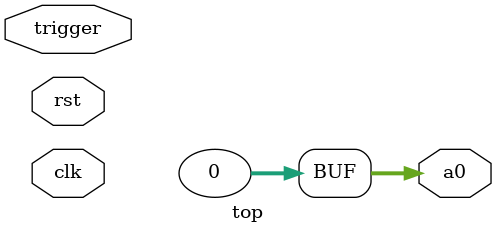
<source format=sv>
module top #(
    DATA_WIDTH = 32,
    ADDRESS_WIDTH = 32
) (
    input   logic clk,
    input   logic rst,
    input   logic trigger,
    output  logic [DATA_WIDTH-1:0] a0    
);
    assign a0 = 0;

logic [ADDRESS_WIDTH-1:0]   next_pc;
logic [DATA_WIDTH-1:0]      instr;

logic [DATA_WIDTH-1:0]      SrcAE;
logic [DATA_WIDTH-1:0]      WriteDataE;
logic [DATA_WIDTH-1:0]      SrcBE;

logic                       eq;
logic [DATA_WIDTH-1:0]      ALUResult;

// pipeline logic

// Fetch stage
logic [ADDRESS_WIDTH-1:0]   pcF;
logic [ADDRESS_WIDTH-1:0]   PCPlus4F;

// Decode stage
logic [DATA_WIDTH-1:0]      instrD;
logic                       RegWriteD;
logic [1:0]                 ResultSrcD;
logic                       MemWriteD;
logic [2:0]                 PCsrcD;
logic [3:0]                 ALUControlD;
logic                       ALUsrcD;
logic [2:0]                 ImmSrcD;
logic [DATA_WIDTH-1:0]      rd1;
logic [DATA_WIDTH-1:0]      rd2;
logic [DATA_WIDTH-1:0]      pcD;
logic [4:0]                 Rs1D;
logic [4:0]                 Rs2D;
logic [4:0]                 RdD;
logic [DATA_WIDTH-1:0]      ImmExtD;
logic [DATA_WIDTH-1:0]      PCPlus4D;
logic [2:0]                 LS_modeD;

// Execute stage
logic                       RegWriteE;
logic [1:0]                 ResultSrcE;
logic                       MemWriteE;
logic [2:0]                 PCsrcE;
logic [3:0]                 ALUControlE;
logic                       ALUsrcE;
logic [DATA_WIDTH-1:0]      rd1E;
logic [DATA_WIDTH-1:0]      rd2E;
logic [DATA_WIDTH-1:0]      pcE;
logic [4:0]                 Rs1E;
logic [4:0]                 Rs2E;
logic [4:0]                 RdE;
logic [DATA_WIDTH-1:0]      ImmExtE;
logic [DATA_WIDTH-1:0]      PCPlus4E;
logic [2:0]                 LS_modeE;

// Memorystage
logic                       RegWriteM;
logic [1:0]                 ResultSrcM;
logic                       MemWriteM;
logic [DATA_WIDTH-1:0]      ALUResultM;
logic [DATA_WIDTH-1:0]      WriteDataM;
logic [4:0]                 RdM;
logic [DATA_WIDTH-1:0]      PCPlus4M;
logic [2:0]                 LS_modeM;

// WriteBack stage
logic                       RegWriteW;
logic [1:0]                 ResultSrcW;
logic [DATA_WIDTH-1:0]      ALUResultW;
logic [DATA_WIDTH-1:0]      ReadDataW;
logic [4:0]                 RdW;
logic [DATA_WIDTH-1:0]      PCPlus4W;
logic [DATA_WIDTH-1:0]      ResultW;


// Data mem
logic [DATA_WIDTH-1:0]      rd;


// hazard unit logic
logic                       Hazard_PCsrc;
logic                       StallF;
logic                       StallD;
logic                       Flush;
logic [1:0]                 ForwardAE;
logic [1:0]                 ForwardBE;

logic MemReadD;
logic MemReadE;
logic MemReadM;

// control unit
logic [6:0]                 op;
logic [2:0]                 funct3;
logic [6:0]                 funct7;

logic [31:7]                instr_ext;


// Branch prediction
logic [ADDRESS_WIDTH-1:0]   targetE;
logic                       branch_predictF;
logic                       branch_predictD;
logic                       branch_predictE;
logic [ADDRESS_WIDTH-1:0]   branch_target;
logic [ADDRESS_WIDTH-1:0]   pc;
logic                       prediction_penalty;

assign PCPlus4F = pcF + 4;
assign targetE  = pcE + ImmExtE;

counter_module #(ADDRESS_WIDTH) pc_counter(
    .PCsrcE(PCsrcE),
    .PCPlus4F(PCPlus4F),
    .PCTargetE(targetE),
    .ALUResult(ALUResult),
    .eq(eq),
    .branch_predictE(branch_predictE),
    .Hazard_PCsrc(Hazard_PCsrc),
    .pc(pc)
);

branch_pred #(ADDRESS_WIDTH, 64, 6) branch_prediction (
    .clk(clk),
    .reset(rst),
    .pcF(pcF),
    .pcE(pcE),
    .branch_valid(PCsrcE[1]),
    .branch_taken(Hazard_PCsrc),
    .targetE(targetE),
    .branch_predictF(branch_predictF),
    .branch_targetF(branch_target)
);

assign prediction_penalty = (Hazard_PCsrc != branch_predictE);
assign next_pc = branch_predictF ? branch_target : pc;


always_ff @(posedge clk) begin
    if (prediction_penalty && PCsrcE[1]) begin
        pcF <= rst ? 32'h0 : pcE;
    end
    else if (!StallF) begin
        pcF <= rst ? 32'h0 : next_pc;
    end
end 

i_cache cache (
    .clk(clk),
    .reset(rst),
    .pc(pcF),
    .instr(instr)
);

fetch_decode_pipe #(DATA_WIDTH) pipeline_FD(
    .clk(clk),

    // controls
    .StallD(StallD),
    .FlushD(Flush),

    // inputs
    .pcF(pcF),
    .instr(instr),
    .PCPlus4F(PCPlus4F),
    .branch_predictF(branch_predictF),

    // outputs
    .instrD(instrD),
    .pcD(pcD),
    .PCPlus4D(PCPlus4D),
    .branch_predictD(branch_predictD)
);

assign op = instrD[6:0];
assign funct3 = instrD[14:12];
assign funct7 = instrD[31:25];

control_unit ctrl_unit(
    .op(op),
    .stall(StallD),
    .funct3(funct3),
    .funct7(funct7),
    .PCsrc(PCsrcD),
    .ResultSrc(ResultSrcD),
    .MemWrite(MemWriteD),
    .ALUControl(ALUControlD),
    .ALUsrc(ALUsrcD),
    .ImmSrc(ImmSrcD),
    .RegWrite(RegWriteD),
    .LS_mode(LS_modeD),
    .MemRead(MemReadD)
);

assign instr_ext = instrD[31:7];

SignExtend SignExtend(
    .instr(instr_ext),
    .ImmSrc(ImmSrcD),
    .ImmOp(ImmExtD)
);

assign Rs2D = instrD[24:20];
assign Rs1D = instrD[19:15];
assign RdD = instrD[11:7];

regf #(DATA_WIDTH) registers(
    .clk(clk),
    .a1(Rs1D),
    .a2(Rs2D),
    .a3(RdW),
    .we3(RegWriteW),
    .wd3(ResultW),
    .rd1(rd1),
    .rd2(rd2),
    .a0(a0),
    .t0(trigger)
);

decode_execute_pipe #(DATA_WIDTH) pipeline_DE_inst (
    // Pipeline control inputs
    .clk(clk),
    .FlushE(Flush),

    // Control unit inputs
    .RegWriteD(RegWriteD),
    .ResultSrcD(ResultSrcD),
    .MemWriteD(MemWriteD),
    .PCsrcD(PCsrcD),
    .ALUControlD(ALUControlD),
    .ALUsrcD(ALUsrcD),
    .MemReadD(MemReadD),

    // Register file, extend, and PC inputs
    .rd1(rd1),
    .rd2(rd2),
    .pcD(pcD),
    .PCPlus4D(PCPlus4D),
    .Rs1D(Rs1D),
    .Rs2D(Rs2D),
    .RdD(RdD),
    .ImmExtD(ImmExtD),
    .LS_modeD(LS_modeD),
    .branch_predictD(branch_predictD),  

    // Outputs to the next stage
    .RegWriteE(RegWriteE),
    .ResultSrcE(ResultSrcE),
    .MemWriteE(MemWriteE),
    .PCsrcE(PCsrcE),
    .ALUControlE(ALUControlE),
    .ALUsrcE(ALUsrcE),
    .rd1E(rd1E),
    .rd2E(rd2E),
    .pcE(pcE),
    .PCPlus4E(PCPlus4E),
    .Rs1E(Rs1E),
    .Rs2E(Rs2E),
    .RdE(RdE),
    .ImmExtE(ImmExtE),
    .LS_modeE(LS_modeE),
    .MemReadE(MemReadE),
    .branch_predictE(branch_predictE)
);

mux3 #(DATA_WIDTH) muxForwardAE(
    .in0(rd1E),
    .in1(ResultW),
    .in2(ALUResultM),
    .sel(ForwardAE),
    .out(SrcAE)
);

mux3 #(DATA_WIDTH) muxForwardBE(
    .in0(rd2E),
    .in1(ResultW),
    .in2(ALUResultM),
    .sel(ForwardBE),
    .out(WriteDataE)
);

mux #(DATA_WIDTH) mux2(
    .in0(WriteDataE),
    .in1(ImmExtE),
    .sel(ALUsrcE),
    .out(SrcBE)
);

alu #(DATA_WIDTH) alu_(
    .ALUop1(SrcAE),
    .ALUop2(SrcBE),
    .ALUctrl(ALUControlE),
    .ALUout(ALUResult),
    .eq(eq)
);

execute_mem_pipe #(DATA_WIDTH) pipeline_EM(
    .clk(clk),                                                  

    // Inputs from EX stage
    .ALUResult(ALUResult),              
    .WriteDataE(WriteDataE),             
    .PCPlus4E(PCPlus4E),                    
    .MemWriteE(MemWriteE),                                   
    .LS_modeE(LS_modeE),                     
    .RdE(RdE), 
    .ResultSrcE(ResultSrcE),   
    .RegWriteE(RegWriteE),                
    .MemReadE(MemReadE),

    // Outputs to MEM stage
    .ALUResultM(ALUResultM),         // ALU result to MEM stage
    .WriteDataM(WriteDataM),         // Write data to MEM stage
    .PCPlus4M(PCPlus4M),                // Data memory address to MEM stage
    .MemWriteM(MemWriteM),           // Memory write enable to MEM stage
    .ResultSrcM(ResultSrcM),           // Memory read enable to MEM stage (mapped from ResultSrcM)
    .LS_modeM(LS_modeM),                 // Function control (if used, map appropriately)
    .RdM(RdM),                   // Register destination to MEM stage
    .RegWriteM(RegWriteM),
    .MemReadM(MemReadM)
);

top_mem top_memory_inst (
        .clk(clk),                      
        .we(MemWriteM),            
        .LS_mode(LS_modeM),
        .MemRead(MemReadM),                
        .a(ALUResultM),              
        .wd(WriteDataM),       
        .rd(rd)               
    );

mem_writeback_pipe #(DATA_WIDTH) pipeline_MW_inst(
    .clk(clk),                          // Clock signal

    // Inputs from MEM stage
    .ALUResultM(ALUResultM),        // ALU result from MEM stage
    .PCPlus4M(PCPlus4M),            // Memory data or equivalent, assuming PCPlus4M is used here as memory data
    .RdM(RdM),                 // Register destination from MEM stage
    .RegWriteM(RegWriteM),          // Register write enable from MEM stage
    .rd(rd),
    .ResultSrcM(ResultSrcM),

    // Outputs to WB stage
    .ALUResultW(ALUResultW),               // Data to write back to the register file
    .RdW(RdW),                  // Register destination to WB stage
    .RegWriteW(RegWriteW),            // Register write enable to WB stage
    .PCPlus4W(PCPlus4W),
    .ReadDataW(ReadDataW),
    .ResultSrcW(ResultSrcW)
);

mux3 #(DATA_WIDTH) mux3_(
    .in0(ALUResultW),
    .in1(ReadDataW),
    .in2(PCPlus4W),
    .sel(ResultSrcW),
    .out(ResultW)
);

hazard_unit hazard_unit_(
    // inputs/controls
    .Rs1D(Rs1D),
    .Rs2D(Rs2D),
    .Rs1E(Rs1E),
    .Rs2E(Rs2E),
    .RdE(RdE),
    .Hazard_PCsrc(prediction_penalty),
    .ResultSrcE(ResultSrcE[0]),
    .RdM(RdM),
    .RdW(RdW),
    .RegWriteM(RegWriteM),
    .RegWriteW(RegWriteW),

    // outputs
    .StallF(StallF),
    .StallD(StallD),
    .Flush(Flush),
    .ForwardAE(ForwardAE),
    .ForwardBE(ForwardBE)
);

endmodule

</source>
